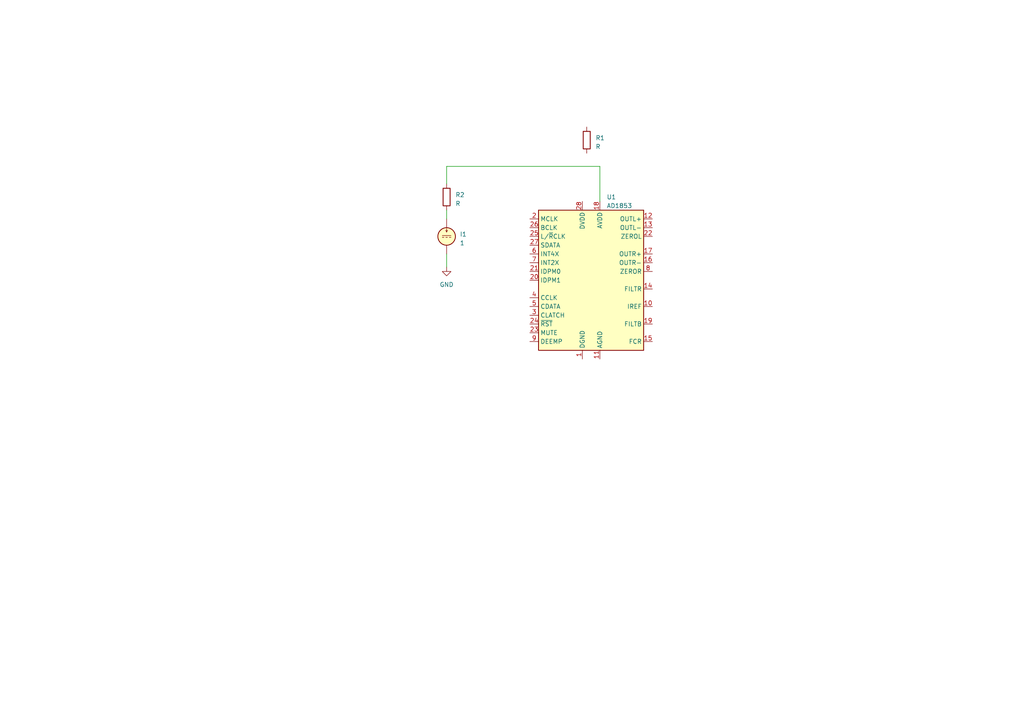
<source format=kicad_sch>
(kicad_sch (version 20230121) (generator eeschema)
  (paper "A4")
  (lib_symbols
    (symbol "Audio:AD1853"
      (property "Reference" "U" (at 11.43 24.13 0))
      (property "Value" "AD1853" (at 11.43 21.59 0))
      (symbol "AD1853_0_1"
        (rectangle (start -15.24 20.32) (end 15.24 -20.32) (stroke (width 0.254)) (fill (type background)))
      )
      (symbol "AD1853_1_1"
        (pin power_in line (at -2.54 -22.86 90) (length 2.54) (name "DGND") (number "1"))
        (pin passive line (at 17.78 -7.62 180) (length 2.54) (name "IREF") (number "10"))
        (pin power_in line (at 2.54 -22.86 90) (length 2.54) (name "AGND") (number "11"))
        (pin output line (at 17.78 17.78 180) (length 2.54) (name "OUTL+") (number "12"))
        (pin output line (at 17.78 15.24 180) (length 2.54) (name "OUTL-") (number "13"))
        (pin output line (at 17.78 -2.54 180) (length 2.54) (name "FILTR") (number "14"))
        (pin output line (at 17.78 -17.78 180) (length 2.54) (name "FCR") (number "15"))
        (pin output line (at 17.78 5.08 180) (length 2.54) (name "OUTR-") (number "16"))
        (pin output line (at 17.78 7.62 180) (length 2.54) (name "OUTR+") (number "17"))
        (pin power_in line (at 2.54 22.86 270) (length 2.54) (name "AVDD") (number "18"))
        (pin output line (at 17.78 -12.7 180) (length 2.54) (name "FILTB") (number "19"))
        (pin input line (at -17.78 17.78 0) (length 2.54) (name "MCLK") (number "2"))
        (pin input line (at -17.78 0 0) (length 2.54) (name "IDPM1") (number "20"))
        (pin input line (at -17.78 2.54 0) (length 2.54) (name "IDPM0") (number "21"))
        (pin output line (at 17.78 12.7 180) (length 2.54) (name "ZEROL") (number "22"))
        (pin input line (at -17.78 -15.24 0) (length 2.54) (name "MUTE") (number "23"))
        (pin input line (at -17.78 -12.7 0) (length 2.54) (name "~{RST}") (number "24"))
        (pin input line (at -17.78 12.7 0) (length 2.54) (name "L/~{R}CLK") (number "25"))
        (pin input line (at -17.78 15.24 0) (length 2.54) (name "BCLK") (number "26"))
        (pin input line (at -17.78 10.16 0) (length 2.54) (name "SDATA") (number "27"))
        (pin power_in line (at -2.54 22.86 270) (length 2.54) (name "DVDD") (number "28"))
        (pin input line (at -17.78 -10.16 0) (length 2.54) (name "CLATCH") (number "3"))
        (pin input line (at -17.78 -5.08 0) (length 2.54) (name "CCLK") (number "4"))
        (pin input line (at -17.78 -7.62 0) (length 2.54) (name "CDATA") (number "5"))
        (pin input line (at -17.78 7.62 0) (length 2.54) (name "INT4X") (number "6"))
        (pin input line (at -17.78 5.08 0) (length 2.54) (name "INT2X") (number "7"))
        (pin output line (at 17.78 2.54 180) (length 2.54) (name "ZEROR") (number "8"))
        (pin input line (at -17.78 -17.78 0) (length 2.54) (name "DEEMP") (number "9"))
      )
    )
    (symbol "Device:R" (pin_numbers hide) (pin_names (offset 0))
      (property "Reference" "R" (at 2.032 0 90))
      (property "Value" "R" (at 0 0 90))
      (symbol "R_0_1"
        (rectangle (start -1.016 -2.54) (end 1.016 2.54) (stroke (width 0.254)))
      )
      (symbol "R_1_1"
        (pin passive line (at 0 3.81 270) (length 1.27) (name "~") (number "1"))
        (pin passive line (at 0 -3.81 90) (length 1.27) (name "~") (number "2"))
      )
    )
    (symbol "Simulation_SPICE:IDC" (pin_numbers hide) (pin_names (offset 0.0254))
      (property "Reference" "I" (at 2.54 2.54 0))
      (property "Value" "1" (at 2.54 0 0))
      (symbol "IDC_0_0"
        (polyline (pts (xy -1.27 0.254) (xy 1.27 0.254)))
        (polyline (pts (xy -0.762 -0.254) (xy -1.27 -0.254)))
        (polyline (pts (xy 0.254 -0.254) (xy -0.254 -0.254)))
        (polyline (pts (xy 1.27 -0.254) (xy 0.762 -0.254)))
      )
      (symbol "IDC_0_1"
        (polyline (pts (xy 0 1.27) (xy 0 2.286)))
        (polyline (pts (xy -0.254 1.778) (xy 0 1.27) (xy 0.254 1.778)))
        (circle (center 0 0) (radius 2.54) (stroke (width 0.254)) (fill (type background)))
      )
      (symbol "IDC_1_1"
        (pin passive line (at 0 5.08 270) (length 2.54) (name "~") (number "1"))
        (pin passive line (at 0 -5.08 90) (length 2.54) (name "~") (number "2"))
      )
    )
    (symbol "power:GND" (power) (pin_names (offset 0))
      (property "Value" "GND" (at 0 -3.81 0))
      (symbol "GND_0_1"
        (polyline (pts (xy 0 0) (xy 0 -1.27) (xy 1.27 -1.27) (xy 0 -2.54) (xy -1.27 -1.27) (xy 0 -1.27)))
      )
      (symbol "GND_1_1"
        (pin power_in line (at 0 0 270) (length 0) hide (name "GND") (number "1"))
      )
    )
  )
  (wire (pts (xy 129.54 53.34) (xy 129.54 48.26)))
  (wire (pts (xy 129.54 48.26) (xy 173.99 48.26)))
  (wire (pts (xy 129.54 60.96) (xy 129.54 63.5)))
  (wire (pts (xy 129.54 73.66) (xy 129.54 77.47)))
  (wire (pts (xy 173.99 48.26) (xy 173.99 58.42)))
  (symbol (lib_id "Simulation_SPICE:IDC") (at 129.54 68.58 0) (unit 1)
    (property "Reference" "I1" (at 133.35 67.945 0) (effects (justify left)))
    (property "Value" "1" (at 133.35 70.485 0) (effects (justify left)))
    (property "Sim.Pins" "1=+ 2=-" (effects hide))
    (property "Sim.Type" "DC" (effects hide))
    (property "Sim.Device" "I" (effects hide))
  )
  (symbol (lib_id "Device:R") (at 170.18 40.64 0) (unit 1)
    (property "Reference" "R1" (at 172.72 40.005 0) (effects (justify left)))
    (property "Value" "R" (at 172.72 42.545 0) (effects (justify left)))
    (property "Footprint" "Resistor_THT:R_Axial_DIN0414_L11.9mm_D4.5mm_P5.08mm_Vertical" (effects hide))
  )
  (symbol (lib_id "Audio:AD1853") (at 171.45 81.28 0) (unit 1)
    (property "Reference" "U1" (at 175.9459 57.15 0) (effects (justify left)))
    (property "Value" "AD1853" (at 175.9459 59.69 0) (effects (justify left)))
    (property "Footprint" "Package_SO:SSOP-28_5.3x10.2mm_P0.65mm" (effects hide))
    (property "Datasheet" "https://www.analog.com/media/en/technical-documentation/data-sheets/AD1853.pdf" (effects hide))
  )
  (symbol (lib_id "power:GND") (at 129.54 77.47 0) (unit 1)
    (property "Reference" "#PWR01" (effects hide))
    (property "Value" "GND" (at 129.54 82.55 0))
  )
  (symbol (lib_id "Device:R") (at 129.54 57.15 0) (unit 1)
    (property "Reference" "R2" (at 132.08 56.515 0) (effects (justify left)))
    (property "Value" "R" (at 132.08 59.055 0) (effects (justify left)))
    (property "Footprint" "Resistor_THT:R_Axial_DIN0414_L11.9mm_D4.5mm_P5.08mm_Vertical" (effects hide))
  )
)
</source>
